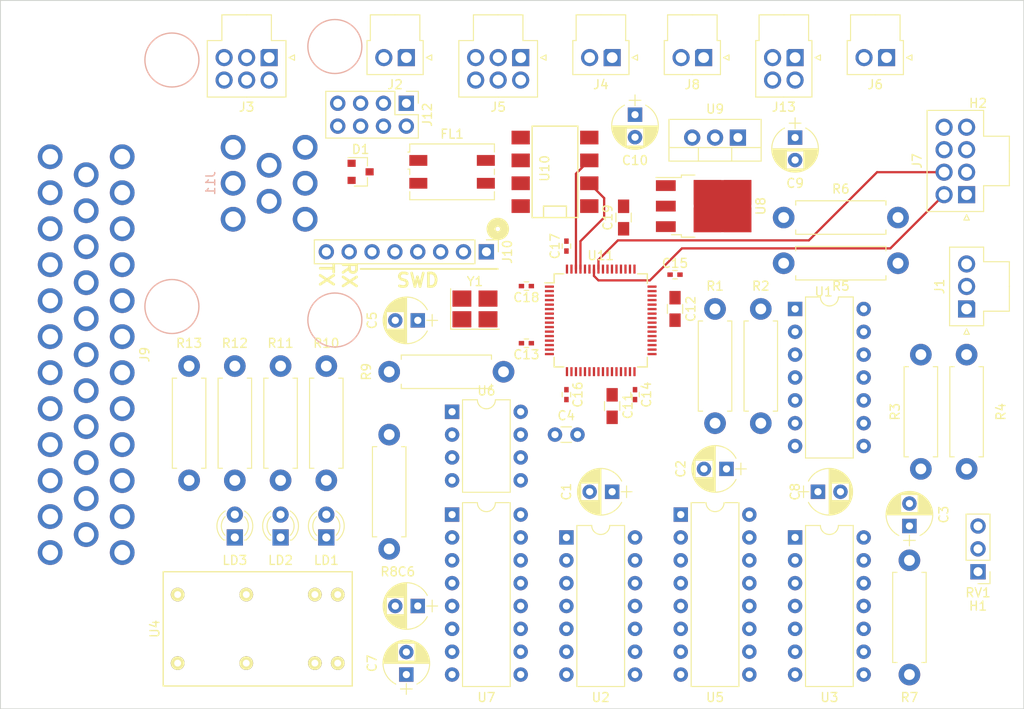
<source format=kicad_pcb>
(kicad_pcb (version 4) (host pcbnew 4.0.7)
  (layers (0 F.Cu signal) (31 B.Cu signal) (34 B.Paste user) (35 F.Paste user) (36 B.SilkS user) (37 F.SilkS user) (38 B.Mask user) (39 F.Mask user) (44 Edge.Cuts user))
  (net 0 "")
  (net 1 +5V)
  (net 2 GND)
  (net 3 "Net-(C3-Pad1)")
  (net 4 "Net-(C4-Pad1)")
  (net 5 "Net-(C5-Pad1)")
  (net 6 +12V)
  (net 7 /VCAP_1)
  (net 8 /VCAP_2)
  (net 9 +3V3)
  (net 10 /CAN_H)
  (net 11 "Net-(FL1-Pad1)")
  (net 12 "Net-(FL1-Pad3)")
  (net 13 /BSPD_FLT)
  (net 14 /SIG_BRAKELT)
  (net 15 /BSPD_FLT_H)
  (net 16 /BRAKELT_H)
  (net 17 /TIMER_H)
  (net 18 /TIMER)
  (net 19 /AIRS_BSPD_OUT)
  (net 20 /AIRS_BEAM_OUT)
  (net 21 /AIRS_3PHASE_OUT)
  (net 22 /AIRS_PEINTERLOCKS_OUT)
  (net 23 /AIRS_ACC_OUT)
  (net 24 /AIRS_LEFTESTOP_OUT)
  (net 25 /12V_SRC)
  (net 26 /12V_LVMS)
  (net 27 /AIRS_FINAL)
  (net 28 /SIG_TSAL)
  (net 29 /CAN_TX_TS)
  (net 30 /CAN_RX_TS)
  (net 31 /BSPD_RESET)
  (net 32 /SIG_STEER)
  (net 33 /LED_IMD)
  (net 34 /LED_AMS)
  (net 35 /LED_BSPD)
  (net 36 /BUTTON_2)
  (net 37 /BUTTON_1)
  (net 38 /BUTTON_3)
  (net 39 /AIRS_DASH_OUT)
  (net 40 /AIRS_BOTS_OUT)
  (net 41 /SIG_BSE)
  (net 42 /SIG_CURRENT)
  (net 43 /5V_BMS)
  (net 44 "Net-(R1-Pad2)")
  (net 45 "Net-(R5-Pad2)")
  (net 46 "Net-(R8-Pad2)")
  (net 47 /STATUS_LED_1)
  (net 48 /STATUS_LED_2)
  (net 49 /BSPD_CURRENT)
  (net 50 /BSPD_BRAKE)
  (net 51 "Net-(U2-Pad1)")
  (net 52 "Net-(U2-Pad2)")
  (net 53 "Net-(U2-Pad9)")
  (net 54 "Net-(U2-Pad3)")
  (net 55 "Net-(U2-Pad10)")
  (net 56 "Net-(U2-Pad4)")
  (net 57 "Net-(U2-Pad11)")
  (net 58 "Net-(U2-Pad5)")
  (net 59 "Net-(U2-Pad12)")
  (net 60 "Net-(U2-Pad13)")
  (net 61 /BSPD_SIG)
  (net 62 /BSPD_FLT_LATCHED)
  (net 63 /CLK)
  (net 64 /CAN_RX_GLV)
  (net 65 /CAN_TX_GLV)
  (net 66 /XTAL)
  (net 67 /SIG_RTDS)
  (net 68 /SWDIO)
  (net 69 /SWCLK)
  (net 70 /UART_TX)
  (net 71 /UART_RX)
  (net 72 "Net-(J1-Pad1)")
  (net 73 "Net-(J1-Pad2)")
  (net 74 "Net-(J3-Pad2)")
  (net 75 "Net-(J9-Pad17)")
  (net 76 /NRST)
  (net 77 /CAN_L)
  (net 78 /SWO)
  (net 79 /STATUS_LED_3)
  (net 80 "Net-(LD1-Pad2)")
  (net 81 "Net-(LD2-Pad2)")
  (net 82 "Net-(LD3-Pad2)")
  (net 83 /SIG_APPS_A)
  (net 84 /SIG_APPS_B)
  (net 85 /PC0)
  (net 86 /PC1)
  (net 87 /PC2)
  (net 88 /PC3)
  (net 89 /PA4)
  (net 90 /PA5)
  (net 91 /PA7)
  (net 92 /PC4)
  (module Capacitors_SMD:C_0805_HandSoldering (layer F.Cu) (at 119.38 74.295 270)
    (fp_text reference C11 (at 0 -1.75 270) (layer F.SilkS))
    (fp_text value 2.2uF)
    (pad 1 smd rect (at -1.25 0 270) (size 1.5 1.25) (layers F.Cu F.Paste F.Mask) (net 7 /VCAP_1))
    (pad 2 smd rect (at 1.25 0 270) (size 1.5 1.25) (layers F.Cu F.Paste F.Mask) (net 2 GND))
  )
  (module Capacitors_SMD:C_0805_HandSoldering (layer F.Cu) (at 126.365 63.5 270)
    (fp_text reference C12 (at 0 -1.75 270) (layer F.SilkS))
    (fp_text value 2.2uF)
    (pad 1 smd rect (at -1.25 0 270) (size 1.5 1.25) (layers F.Cu F.Paste F.Mask) (net 8 /VCAP_2))
    (pad 2 smd rect (at 1.25 0 270) (size 1.5 1.25) (layers F.Cu F.Paste F.Mask) (net 2 GND))
  )
  (module Capacitors_SMD:C_0402 (layer F.Cu) (at 109.855 67.31 180)
    (fp_text reference C13 (at 0 -1.27 180) (layer F.SilkS))
    (fp_text value 0.1uF)
    (pad 1 smd rect (at -0.55 0 180) (size 0.6 0.5) (layers F.Cu F.Paste F.Mask) (net 9 +3V3))
    (pad 2 smd rect (at 0.55 0 180) (size 0.6 0.5) (layers F.Cu F.Paste F.Mask) (net 2 GND))
  )
  (module Capacitors_SMD:C_0402 (layer F.Cu) (at 121.92 73.025 270)
    (fp_text reference C14 (at 0 -1.27 270) (layer F.SilkS))
    (fp_text value 0.1uF)
    (pad 1 smd rect (at -0.55 0 270) (size 0.6 0.5) (layers F.Cu F.Paste F.Mask) (net 9 +3V3))
    (pad 2 smd rect (at 0.55 0 270) (size 0.6 0.5) (layers F.Cu F.Paste F.Mask) (net 2 GND))
  )
  (module Capacitors_SMD:C_0402 (layer F.Cu) (at 126.365 59.69)
    (fp_text reference C15 (at 0 -1.27) (layer F.SilkS))
    (fp_text value 0.1uF)
    (pad 1 smd rect (at -0.55 0) (size 0.6 0.5) (layers F.Cu F.Paste F.Mask) (net 9 +3V3))
    (pad 2 smd rect (at 0.55 0) (size 0.6 0.5) (layers F.Cu F.Paste F.Mask) (net 2 GND))
  )
  (module Capacitors_SMD:C_0402 (layer F.Cu) (at 114.3 73.025 270)
    (fp_text reference C16 (at 0 -1.27 270) (layer F.SilkS))
    (fp_text value 0.1uF)
    (pad 1 smd rect (at -0.55 0 270) (size 0.6 0.5) (layers F.Cu F.Paste F.Mask) (net 9 +3V3))
    (pad 2 smd rect (at 0.55 0 270) (size 0.6 0.5) (layers F.Cu F.Paste F.Mask) (net 2 GND))
  )
  (module Capacitors_SMD:C_0402 (layer F.Cu) (at 114.3 56.515 90)
    (fp_text reference C17 (at 0 -1.27 90) (layer F.SilkS))
    (fp_text value 0.1uF)
    (pad 1 smd rect (at -0.55 0 90) (size 0.6 0.5) (layers F.Cu F.Paste F.Mask) (net 9 +3V3))
    (pad 2 smd rect (at 0.55 0 90) (size 0.6 0.5) (layers F.Cu F.Paste F.Mask) (net 2 GND))
  )
  (module Capacitors_SMD:C_0402 (layer F.Cu) (at 109.855 60.96 180)
    (fp_text reference C18 (at 0 -1.27 180) (layer F.SilkS))
    (fp_text value 0.1uF)
    (pad 1 smd rect (at -0.55 0 180) (size 0.6 0.5) (layers F.Cu F.Paste F.Mask) (net 9 +3V3))
    (pad 2 smd rect (at 0.55 0 180) (size 0.6 0.5) (layers F.Cu F.Paste F.Mask) (net 2 GND))
  )
  (module Capacitors_SMD:C_0805_HandSoldering (layer F.Cu) (at 120.65 53.34 90)
    (fp_text reference C19 (at 0 -1.75 90) (layer F.SilkS))
    (fp_text value 4.7uF)
    (pad 1 smd rect (at -1.25 0 90) (size 1.5 1.25) (layers F.Cu F.Paste F.Mask) (net 9 +3V3))
    (pad 2 smd rect (at 1.25 0 90) (size 1.5 1.25) (layers F.Cu F.Paste F.Mask) (net 2 GND))
  )
  (module TO_SOT_Packages_SMD:SOT-23 (layer F.Cu) (at 91.44 48.26)
    (fp_text reference D1 (at 0 -2.5) (layer F.SilkS))
    (fp_text value D_TVS_x2_AAC)
    (pad 1 smd rect (at -1 -0.95) (size 0.9 0.8) (layers F.Cu F.Paste F.Mask) (net 77 /CAN_L))
    (pad 2 smd rect (at -1 0.95) (size 0.9 0.8) (layers F.Cu F.Paste F.Mask) (net 10 /CAN_H))
    (pad 3 smd rect (at 1 0) (size 0.9 0.8) (layers F.Cu F.Paste F.Mask) (net 2 GND))
  )
  (module Inductors_SMD:L_CommonMode_Wuerth_WE-SL2 (layer F.Cu) (at 101.6 48.26)
    (fp_text reference FL1 (at 0 -4.2) (layer F.SilkS))
    (fp_text value EMI_Filter_CommonMode)
    (pad 1 smd rect (at -3.75 -1.27) (size 2 1.2) (layers F.Cu F.Paste F.Mask) (net 11 "Net-(FL1-Pad1)"))
    (pad 2 smd rect (at -3.75 1.27) (size 2 1.2) (layers F.Cu F.Paste F.Mask) (net 10 /CAN_H))
    (pad 3 smd rect (at 3.75 1.27) (size 2 1.2) (layers F.Cu F.Paste F.Mask) (net 12 "Net-(FL1-Pad3)"))
    (pad 4 smd rect (at 3.75 -1.27) (size 2 1.2) (layers F.Cu F.Paste F.Mask) (net 77 /CAN_L))
  )
  (module Resistors_THT:R_Axial_DIN0411_L9.9mm_D3.6mm_P12.70mm_Horizontal (layer F.Cu) (at 130.81 76.2 90)
    (fp_text reference R1 (at 15.24 0 180) (layer F.SilkS))
    (fp_text value R)
    (pad 1 thru_hole circle (at 0 0 90) (size 2.4 2.4) (drill 1.2) (layers *.Cu *.Mask) (net 2 GND))
    (pad 2 thru_hole oval (at 12.7 0 90) (size 2.4 2.4) (drill 1.2) (layers *.Cu *.Mask) (net 44 "Net-(R1-Pad2)"))
  )
  (module Resistors_THT:R_Axial_DIN0411_L9.9mm_D3.6mm_P12.70mm_Horizontal (layer F.Cu) (at 135.89 63.5 270)
    (fp_text reference R2 (at -2.54 0 360) (layer F.SilkS))
    (fp_text value R)
    (pad 1 thru_hole circle (at 0 0 270) (size 2.4 2.4) (drill 1.2) (layers *.Cu *.Mask) (net 44 "Net-(R1-Pad2)"))
    (pad 2 thru_hole oval (at 12.7 0 270) (size 2.4 2.4) (drill 1.2) (layers *.Cu *.Mask) (net 43 /5V_BMS))
  )
  (module Resistors_THT:R_Axial_DIN0411_L9.9mm_D3.6mm_P12.70mm_Horizontal (layer F.Cu) (at 153.67 81.28 90)
    (fp_text reference R3 (at 6.35 -2.86 90) (layer F.SilkS))
    (fp_text value R)
    (pad 1 thru_hole circle (at 0 0 90) (size 2.4 2.4) (drill 1.2) (layers *.Cu *.Mask) (net 43 /5V_BMS))
    (pad 2 thru_hole oval (at 12.7 0 90) (size 2.4 2.4) (drill 1.2) (layers *.Cu *.Mask) (net 72 "Net-(J1-Pad1)"))
  )
  (module Resistors_THT:R_Axial_DIN0411_L9.9mm_D3.6mm_P12.70mm_Horizontal (layer F.Cu) (at 158.75 81.28 90)
    (fp_text reference R4 (at 6.35 3.81 270) (layer F.SilkS))
    (fp_text value R)
    (pad 1 thru_hole circle (at 0 0 90) (size 2.4 2.4) (drill 1.2) (layers *.Cu *.Mask) (net 72 "Net-(J1-Pad1)"))
    (pad 2 thru_hole oval (at 12.7 0 90) (size 2.4 2.4) (drill 1.2) (layers *.Cu *.Mask) (net 2 GND))
  )
  (module Resistors_THT:R_Axial_DIN0411_L9.9mm_D3.6mm_P12.70mm_Horizontal (layer F.Cu) (at 151.13 58.42 180)
    (fp_text reference R5 (at 6.35 -2.54 360) (layer F.SilkS))
    (fp_text value R)
    (pad 1 thru_hole circle (at 0 0 180) (size 2.4 2.4) (drill 1.2) (layers *.Cu *.Mask) (net 9 +3V3))
    (pad 2 thru_hole oval (at 12.7 0 180) (size 2.4 2.4) (drill 1.2) (layers *.Cu *.Mask) (net 45 "Net-(R5-Pad2)"))
  )
  (module Resistors_THT:R_Axial_DIN0411_L9.9mm_D3.6mm_P12.70mm_Horizontal (layer F.Cu) (at 138.43 53.34)
    (fp_text reference R6 (at 6.35 -3.175 180) (layer F.SilkS))
    (fp_text value R)
    (pad 1 thru_hole circle (at 0 0) (size 2.4 2.4) (drill 1.2) (layers *.Cu *.Mask) (net 45 "Net-(R5-Pad2)"))
    (pad 2 thru_hole oval (at 12.7 0) (size 2.4 2.4) (drill 1.2) (layers *.Cu *.Mask) (net 2 GND))
  )
  (module Resistors_THT:R_Axial_DIN0411_L9.9mm_D3.6mm_P12.70mm_Horizontal (layer F.Cu) (at 152.4 104.14 90)
    (fp_text reference R7 (at -2.54 0 180) (layer F.SilkS))
    (fp_text value 100k)
    (pad 1 thru_hole circle (at 0 0 90) (size 2.4 2.4) (drill 1.2) (layers *.Cu *.Mask) (net 1 +5V))
    (pad 2 thru_hole oval (at 12.7 0 90) (size 2.4 2.4) (drill 1.2) (layers *.Cu *.Mask) (net 3 "Net-(C3-Pad1)"))
  )
  (module Resistors_THT:R_Axial_DIN0411_L9.9mm_D3.6mm_P12.70mm_Horizontal (layer F.Cu) (at 94.615 90.17 90)
    (fp_text reference R8 (at -2.54 0 180) (layer F.SilkS))
    (fp_text value 4.7kR)
    (pad 1 thru_hole circle (at 0 0 90) (size 2.4 2.4) (drill 1.2) (layers *.Cu *.Mask) (net 1 +5V))
    (pad 2 thru_hole oval (at 12.7 0 90) (size 2.4 2.4) (drill 1.2) (layers *.Cu *.Mask) (net 46 "Net-(R8-Pad2)"))
  )
  (module Resistors_THT:R_Axial_DIN0411_L9.9mm_D3.6mm_P12.70mm_Horizontal (layer F.Cu) (at 94.615 70.485)
    (fp_text reference R9 (at -2.54 0 90) (layer F.SilkS))
    (fp_text value 18k)
    (pad 1 thru_hole circle (at 0 0) (size 2.4 2.4) (drill 1.2) (layers *.Cu *.Mask) (net 46 "Net-(R8-Pad2)"))
    (pad 2 thru_hole oval (at 12.7 0) (size 2.4 2.4) (drill 1.2) (layers *.Cu *.Mask) (net 5 "Net-(C5-Pad1)"))
  )
  (module Resistors_THT:R_Axial_DIN0411_L9.9mm_D3.6mm_P12.70mm_Horizontal (layer F.Cu) (at 87.63 82.55 90)
    (fp_text reference R10 (at 15.24 0 180) (layer F.SilkS))
    (fp_text value 330)
    (pad 1 thru_hole circle (at 0 0 90) (size 2.4 2.4) (drill 1.2) (layers *.Cu *.Mask) (net 80 "Net-(LD1-Pad2)"))
    (pad 2 thru_hole oval (at 12.7 0 90) (size 2.4 2.4) (drill 1.2) (layers *.Cu *.Mask) (net 47 /STATUS_LED_1))
  )
  (module Resistors_THT:R_Axial_DIN0411_L9.9mm_D3.6mm_P12.70mm_Horizontal (layer F.Cu) (at 82.55 82.55 90)
    (fp_text reference R11 (at 15.24 0 180) (layer F.SilkS))
    (fp_text value 330)
    (pad 1 thru_hole circle (at 0 0 90) (size 2.4 2.4) (drill 1.2) (layers *.Cu *.Mask) (net 81 "Net-(LD2-Pad2)"))
    (pad 2 thru_hole oval (at 12.7 0 90) (size 2.4 2.4) (drill 1.2) (layers *.Cu *.Mask) (net 48 /STATUS_LED_2))
  )
  (module Resistors_THT:R_Axial_DIN0411_L9.9mm_D3.6mm_P12.70mm_Horizontal (layer F.Cu) (at 77.47 82.55 90)
    (fp_text reference R12 (at 15.24 0 180) (layer F.SilkS))
    (fp_text value 330)
    (pad 1 thru_hole circle (at 0 0 90) (size 2.4 2.4) (drill 1.2) (layers *.Cu *.Mask) (net 82 "Net-(LD3-Pad2)"))
    (pad 2 thru_hole oval (at 12.7 0 90) (size 2.4 2.4) (drill 1.2) (layers *.Cu *.Mask) (net 79 /STATUS_LED_3))
  )
  (module Resistors_THT:R_Axial_DIN0411_L9.9mm_D3.6mm_P12.70mm_Horizontal (layer F.Cu) (at 72.39 82.55 90)
    (fp_text reference R13 (at 15.24 0 180) (layer F.SilkS))
    (fp_text value 2.2k)
    (pad 1 thru_hole circle (at 0 0 90) (size 2.4 2.4) (drill 1.2) (layers *.Cu *.Mask) (net 9 +3V3))
    (pad 2 thru_hole oval (at 12.7 0 90) (size 2.4 2.4) (drill 1.2) (layers *.Cu *.Mask) (net 75 "Net-(J9-Pad17)"))
  )
  (module Housings_DIP:DIP-14_W7.62mm (layer F.Cu) (at 139.7 63.5)
    (fp_text reference U1 (at 3.175 -1.905) (layer F.SilkS))
    (fp_text value MCP6004)
    (pad 1 thru_hole rect (at 0 0) (size 1.6 1.6) (drill 0.8) (layers *.Cu *.Mask) (net 49 /BSPD_CURRENT))
    (pad 8 thru_hole oval (at 7.62 15.24) (size 1.6 1.6) (drill 0.8) (layers *.Cu *.Mask) (net 18 /TIMER))
    (pad 2 thru_hole oval (at 0 2.54) (size 1.6 1.6) (drill 0.8) (layers *.Cu *.Mask) (net 73 "Net-(J1-Pad2)"))
    (pad 9 thru_hole oval (at 7.62 12.7) (size 1.6 1.6) (drill 0.8) (layers *.Cu *.Mask) (net 9 +3V3))
    (pad 3 thru_hole oval (at 0 5.08) (size 1.6 1.6) (drill 0.8) (layers *.Cu *.Mask) (net 44 "Net-(R1-Pad2)"))
    (pad 10 thru_hole oval (at 7.62 10.16) (size 1.6 1.6) (drill 0.8) (layers *.Cu *.Mask) (net 3 "Net-(C3-Pad1)"))
    (pad 4 thru_hole oval (at 0 7.62) (size 1.6 1.6) (drill 0.8) (layers *.Cu *.Mask) (net 1 +5V))
    (pad 11 thru_hole oval (at 7.62 7.62) (size 1.6 1.6) (drill 0.8) (layers *.Cu *.Mask) (net 2 GND))
    (pad 5 thru_hole oval (at 0 10.16) (size 1.6 1.6) (drill 0.8) (layers *.Cu *.Mask) (net 45 "Net-(R5-Pad2)"))
    (pad 12 thru_hole oval (at 7.62 5.08) (size 1.6 1.6) (drill 0.8) (layers *.Cu *.Mask))
    (pad 6 thru_hole oval (at 0 12.7) (size 1.6 1.6) (drill 0.8) (layers *.Cu *.Mask) (net 41 /SIG_BSE))
    (pad 13 thru_hole oval (at 7.62 2.54) (size 1.6 1.6) (drill 0.8) (layers *.Cu *.Mask))
    (pad 7 thru_hole oval (at 0 15.24) (size 1.6 1.6) (drill 0.8) (layers *.Cu *.Mask) (net 50 /BSPD_BRAKE))
    (pad 14 thru_hole oval (at 7.62 0) (size 1.6 1.6) (drill 0.8) (layers *.Cu *.Mask))
  )
  (module Housings_DIP:DIP-14_W7.62mm (layer F.Cu) (at 114.3 88.9)
    (fp_text reference U2 (at 3.81 17.78) (layer F.SilkS))
    (fp_text value 4072)
    (pad 1 thru_hole rect (at 0 0) (size 1.6 1.6) (drill 0.8) (layers *.Cu *.Mask) (net 51 "Net-(U2-Pad1)"))
    (pad 8 thru_hole oval (at 7.62 15.24) (size 1.6 1.6) (drill 0.8) (layers *.Cu *.Mask))
    (pad 2 thru_hole oval (at 0 2.54) (size 1.6 1.6) (drill 0.8) (layers *.Cu *.Mask) (net 52 "Net-(U2-Pad2)"))
    (pad 9 thru_hole oval (at 7.62 12.7) (size 1.6 1.6) (drill 0.8) (layers *.Cu *.Mask) (net 53 "Net-(U2-Pad9)"))
    (pad 3 thru_hole oval (at 0 5.08) (size 1.6 1.6) (drill 0.8) (layers *.Cu *.Mask) (net 54 "Net-(U2-Pad3)"))
    (pad 10 thru_hole oval (at 7.62 10.16) (size 1.6 1.6) (drill 0.8) (layers *.Cu *.Mask) (net 55 "Net-(U2-Pad10)"))
    (pad 4 thru_hole oval (at 0 7.62) (size 1.6 1.6) (drill 0.8) (layers *.Cu *.Mask) (net 56 "Net-(U2-Pad4)"))
    (pad 11 thru_hole oval (at 7.62 7.62) (size 1.6 1.6) (drill 0.8) (layers *.Cu *.Mask) (net 57 "Net-(U2-Pad11)"))
    (pad 5 thru_hole oval (at 0 10.16) (size 1.6 1.6) (drill 0.8) (layers *.Cu *.Mask) (net 58 "Net-(U2-Pad5)"))
    (pad 12 thru_hole oval (at 7.62 5.08) (size 1.6 1.6) (drill 0.8) (layers *.Cu *.Mask) (net 59 "Net-(U2-Pad12)"))
    (pad 6 thru_hole oval (at 0 12.7) (size 1.6 1.6) (drill 0.8) (layers *.Cu *.Mask))
    (pad 13 thru_hole oval (at 7.62 2.54) (size 1.6 1.6) (drill 0.8) (layers *.Cu *.Mask) (net 60 "Net-(U2-Pad13)"))
    (pad 7 thru_hole oval (at 0 15.24) (size 1.6 1.6) (drill 0.8) (layers *.Cu *.Mask) (net 2 GND))
    (pad 14 thru_hole oval (at 7.62 0) (size 1.6 1.6) (drill 0.8) (layers *.Cu *.Mask) (net 1 +5V))
  )
  (module FSFootprints:DE1A1B-L2-12V (layer F.Cu) (at 78.74 95.25 270)
    (fp_text reference U4 (at 3.81 10.16 270) (layer F.SilkS))
    (fp_text value DE1A1B-L2-12V)
    (pad 7 thru_hole circle (at 7.62 -7.62 270) (size 1.524 1.524) (drill 0.762) (layers *.Cu *.Mask F.SilkS) (net 31 /BSPD_RESET))
    (pad 2 thru_hole circle (at 0 -7.62 270) (size 1.524 1.524) (drill 0.762) (layers *.Cu *.Mask F.SilkS) (net 17 /TIMER_H))
    (pad 1 thru_hole circle (at 0 -10.16 270) (size 1.524 1.524) (drill 0.762) (layers *.Cu *.Mask F.SilkS) (net 17 /TIMER_H))
    (pad 3 thru_hole circle (at 0 0 270) (size 1.524 1.524) (drill 0.762) (layers *.Cu *.Mask F.SilkS) (net 62 /BSPD_FLT_LATCHED))
    (pad 4 thru_hole circle (at 0 7.62 270) (size 1.524 1.524) (drill 0.762) (layers *.Cu *.Mask F.SilkS) (net 2 GND))
    (pad 8 thru_hole circle (at 7.62 -10.16 270) (size 1.524 1.524) (drill 0.762) (layers *.Cu *.Mask F.SilkS) (net 15 /BSPD_FLT_H))
    (pad 6 thru_hole circle (at 7.62 0 270) (size 1.524 1.524) (drill 0.762) (layers *.Cu *.Mask F.SilkS) (net 19 /AIRS_BSPD_OUT))
    (pad 5 thru_hole circle (at 7.62 7.62 270) (size 1.524 1.524) (drill 0.762) (layers *.Cu *.Mask F.SilkS) (net 40 /AIRS_BOTS_OUT))
  )
  (module Housings_DIP:DIP-16_W7.62mm (layer F.Cu) (at 127 86.36)
    (fp_text reference U5 (at 3.81 20.32) (layer F.SilkS))
    (fp_text value 74HC595)
    (pad 1 thru_hole rect (at 0 0) (size 1.6 1.6) (drill 0.8) (layers *.Cu *.Mask) (net 54 "Net-(U2-Pad3)"))
    (pad 9 thru_hole oval (at 7.62 17.78) (size 1.6 1.6) (drill 0.8) (layers *.Cu *.Mask))
    (pad 2 thru_hole oval (at 0 2.54) (size 1.6 1.6) (drill 0.8) (layers *.Cu *.Mask) (net 56 "Net-(U2-Pad4)"))
    (pad 10 thru_hole oval (at 7.62 15.24) (size 1.6 1.6) (drill 0.8) (layers *.Cu *.Mask) (net 1 +5V))
    (pad 3 thru_hole oval (at 0 5.08) (size 1.6 1.6) (drill 0.8) (layers *.Cu *.Mask) (net 58 "Net-(U2-Pad5)"))
    (pad 11 thru_hole oval (at 7.62 12.7) (size 1.6 1.6) (drill 0.8) (layers *.Cu *.Mask) (net 63 /CLK))
    (pad 4 thru_hole oval (at 0 7.62) (size 1.6 1.6) (drill 0.8) (layers *.Cu *.Mask) (net 53 "Net-(U2-Pad9)"))
    (pad 12 thru_hole oval (at 7.62 10.16) (size 1.6 1.6) (drill 0.8) (layers *.Cu *.Mask) (net 63 /CLK))
    (pad 5 thru_hole oval (at 0 10.16) (size 1.6 1.6) (drill 0.8) (layers *.Cu *.Mask) (net 55 "Net-(U2-Pad10)"))
    (pad 13 thru_hole oval (at 7.62 7.62) (size 1.6 1.6) (drill 0.8) (layers *.Cu *.Mask) (net 2 GND))
    (pad 6 thru_hole oval (at 0 12.7) (size 1.6 1.6) (drill 0.8) (layers *.Cu *.Mask) (net 57 "Net-(U2-Pad11)"))
    (pad 14 thru_hole oval (at 7.62 5.08) (size 1.6 1.6) (drill 0.8) (layers *.Cu *.Mask) (net 61 /BSPD_SIG))
    (pad 7 thru_hole oval (at 0 15.24) (size 1.6 1.6) (drill 0.8) (layers *.Cu *.Mask) (net 59 "Net-(U2-Pad12)"))
    (pad 15 thru_hole oval (at 7.62 2.54) (size 1.6 1.6) (drill 0.8) (layers *.Cu *.Mask) (net 52 "Net-(U2-Pad2)"))
    (pad 8 thru_hole oval (at 0 17.78) (size 1.6 1.6) (drill 0.8) (layers *.Cu *.Mask) (net 2 GND))
    (pad 16 thru_hole oval (at 7.62 0) (size 1.6 1.6) (drill 0.8) (layers *.Cu *.Mask) (net 1 +5V))
  )
  (module Housings_DIP:DIP-8_W7.62mm (layer F.Cu) (at 101.6 74.93)
    (fp_text reference U6 (at 3.81 -2.33) (layer F.SilkS))
    (fp_text value LM555N)
    (pad 1 thru_hole rect (at 0 0) (size 1.6 1.6) (drill 0.8) (layers *.Cu *.Mask) (net 2 GND))
    (pad 5 thru_hole oval (at 7.62 7.62) (size 1.6 1.6) (drill 0.8) (layers *.Cu *.Mask) (net 4 "Net-(C4-Pad1)"))
    (pad 2 thru_hole oval (at 0 2.54) (size 1.6 1.6) (drill 0.8) (layers *.Cu *.Mask) (net 5 "Net-(C5-Pad1)"))
    (pad 6 thru_hole oval (at 7.62 5.08) (size 1.6 1.6) (drill 0.8) (layers *.Cu *.Mask) (net 5 "Net-(C5-Pad1)"))
    (pad 3 thru_hole oval (at 0 5.08) (size 1.6 1.6) (drill 0.8) (layers *.Cu *.Mask) (net 63 /CLK))
    (pad 7 thru_hole oval (at 7.62 2.54) (size 1.6 1.6) (drill 0.8) (layers *.Cu *.Mask) (net 46 "Net-(R8-Pad2)"))
    (pad 4 thru_hole oval (at 0 7.62) (size 1.6 1.6) (drill 0.8) (layers *.Cu *.Mask) (net 1 +5V))
    (pad 8 thru_hole oval (at 7.62 0) (size 1.6 1.6) (drill 0.8) (layers *.Cu *.Mask) (net 1 +5V))
  )
  (module Crystals:Crystal_SMD_3225-4pin_3.2x2.5mm_HandSoldering (layer F.Cu) (at 104.14 63.5)
    (fp_text reference Y1 (at 0 -3.05) (layer F.SilkS))
    (fp_text value 8MHz)
    (pad 1 smd rect (at -1.45 1.15) (size 2.1 1.8) (layers F.Cu F.Paste F.Mask))
    (pad 2 smd rect (at 1.45 1.15) (size 2.1 1.8) (layers F.Cu F.Paste F.Mask) (net 2 GND))
    (pad 3 smd rect (at 1.45 -1.15) (size 2.1 1.8) (layers F.Cu F.Paste F.Mask) (net 66 /XTAL))
    (pad 4 smd rect (at -1.45 -1.15) (size 2.1 1.8) (layers F.Cu F.Paste F.Mask) (net 9 +3V3))
  )
  (module Housings_DIP:DIP-14_W7.62mm (layer F.Cu) (at 139.7 88.9)
    (fp_text reference U3 (at 3.81 17.78) (layer F.SilkS))
    (fp_text value 4071)
    (pad 1 thru_hole rect (at 0 0) (size 1.6 1.6) (drill 0.8) (layers *.Cu *.Mask) (net 49 /BSPD_CURRENT))
    (pad 8 thru_hole oval (at 7.62 15.24) (size 1.6 1.6) (drill 0.8) (layers *.Cu *.Mask))
    (pad 2 thru_hole oval (at 0 2.54) (size 1.6 1.6) (drill 0.8) (layers *.Cu *.Mask) (net 50 /BSPD_BRAKE))
    (pad 9 thru_hole oval (at 7.62 12.7) (size 1.6 1.6) (drill 0.8) (layers *.Cu *.Mask))
    (pad 3 thru_hole oval (at 0 5.08) (size 1.6 1.6) (drill 0.8) (layers *.Cu *.Mask) (net 61 /BSPD_SIG))
    (pad 10 thru_hole oval (at 7.62 10.16) (size 1.6 1.6) (drill 0.8) (layers *.Cu *.Mask))
    (pad 4 thru_hole oval (at 0 7.62) (size 1.6 1.6) (drill 0.8) (layers *.Cu *.Mask) (net 13 /BSPD_FLT))
    (pad 11 thru_hole oval (at 7.62 7.62) (size 1.6 1.6) (drill 0.8) (layers *.Cu *.Mask))
    (pad 5 thru_hole oval (at 0 10.16) (size 1.6 1.6) (drill 0.8) (layers *.Cu *.Mask) (net 51 "Net-(U2-Pad1)"))
    (pad 12 thru_hole oval (at 7.62 5.08) (size 1.6 1.6) (drill 0.8) (layers *.Cu *.Mask))
    (pad 6 thru_hole oval (at 0 12.7) (size 1.6 1.6) (drill 0.8) (layers *.Cu *.Mask) (net 60 "Net-(U2-Pad13)"))
    (pad 13 thru_hole oval (at 7.62 2.54) (size 1.6 1.6) (drill 0.8) (layers *.Cu *.Mask))
    (pad 7 thru_hole oval (at 0 15.24) (size 1.6 1.6) (drill 0.8) (layers *.Cu *.Mask) (net 2 GND))
    (pad 14 thru_hole oval (at 7.62 0) (size 1.6 1.6) (drill 0.8) (layers *.Cu *.Mask) (net 1 +5V))
  )
  (module Connectors_Molex:Molex_NanoFit_1x03x2.50mm_Straight (layer F.Cu) (at 158.75 63.5 90)
    (fp_text reference J1 (at 2.5 -3 90) (layer F.SilkS))
    (fp_text value "BSPD Test Jumper")
    (pad 1 thru_hole rect (at 0 0 90) (size 1.9 1.9) (drill 1.2) (layers *.Cu *.Mask) (net 72 "Net-(J1-Pad1)"))
    (pad 2 thru_hole circle (at 2.5 0 90) (size 1.9 1.9) (drill 1.2) (layers *.Cu *.Mask) (net 73 "Net-(J1-Pad2)"))
    (pad 3 thru_hole circle (at 5 0 90) (size 1.9 1.9) (drill 1.2) (layers *.Cu *.Mask) (net 42 /SIG_CURRENT))
    (pad "" np_thru_hole circle (at 1.25 1.34 90) (size 1.3 1.3) (drill 1.3) (layers *.Cu *.Mask))
  )
  (module Connectors_Molex:Molex_NanoFit_1x02x2.50mm_Straight (layer F.Cu) (at 96.52 35.56 180)
    (fp_text reference J2 (at 1.25 -3 180) (layer F.SilkS))
    (fp_text value "Beam Interlock")
    (pad 1 thru_hole rect (at 0 0 180) (size 1.9 1.9) (drill 1.2) (layers *.Cu *.Mask) (net 19 /AIRS_BSPD_OUT))
    (pad 2 thru_hole circle (at 2.5 0 180) (size 1.9 1.9) (drill 1.2) (layers *.Cu *.Mask) (net 20 /AIRS_BEAM_OUT))
    (pad "" np_thru_hole circle (at 1.25 1.34 180) (size 1.3 1.3) (drill 1.3) (layers *.Cu *.Mask))
  )
  (module Connectors_Molex:Molex_NanoFit_1x02x2.50mm_Straight (layer F.Cu) (at 119.38 35.56 180)
    (fp_text reference J4 (at 1.25 -3 180) (layer F.SilkS))
    (fp_text value "To Left Panel")
    (pad 1 thru_hole rect (at 0 0 180) (size 1.9 1.9) (drill 1.2) (layers *.Cu *.Mask) (net 23 /AIRS_ACC_OUT))
    (pad 2 thru_hole circle (at 2.5 0 180) (size 1.9 1.9) (drill 1.2) (layers *.Cu *.Mask) (net 24 /AIRS_LEFTESTOP_OUT))
    (pad "" np_thru_hole circle (at 1.25 1.34 180) (size 1.3 1.3) (drill 1.3) (layers *.Cu *.Mask))
  )
  (module Connectors_Molex:Molex_NanoFit_1x02x2.50mm_Straight (layer F.Cu) (at 149.86 35.56 180)
    (fp_text reference J6 (at 1.25 -3 180) (layer F.SilkS))
    (fp_text value "To Brake Light")
    (pad 1 thru_hole rect (at 0 0 180) (size 1.9 1.9) (drill 1.2) (layers *.Cu *.Mask) (net 16 /BRAKELT_H))
    (pad 2 thru_hole circle (at 2.5 0 180) (size 1.9 1.9) (drill 1.2) (layers *.Cu *.Mask) (net 2 GND))
    (pad "" np_thru_hole circle (at 1.25 1.34 180) (size 1.3 1.3) (drill 1.3) (layers *.Cu *.Mask))
  )
  (module Connectors_Molex:Molex_NanoFit_2x04x2.50mm_Straight (layer F.Cu) (at 158.75 50.8 90)
    (fp_text reference J7 (at 3.75 -5.5 90) (layer F.SilkS))
    (fp_text value "To PE HV")
    (pad 1 thru_hole rect (at 0 0 90) (size 1.9 1.9) (drill 1.2) (layers *.Cu *.Mask) (net 6 +12V))
    (pad 2 thru_hole circle (at 2.5 0 90) (size 1.9 1.9) (drill 1.2) (layers *.Cu *.Mask) (net 1 +5V))
    (pad 3 thru_hole circle (at 5 0 90) (size 1.9 1.9) (drill 1.2) (layers *.Cu *.Mask) (net 9 +3V3))
    (pad 4 thru_hole circle (at 7.5 0 90) (size 1.9 1.9) (drill 1.2) (layers *.Cu *.Mask) (net 28 /SIG_TSAL))
    (pad 5 thru_hole circle (at 0 -2.5 90) (size 1.9 1.9) (drill 1.2) (layers *.Cu *.Mask) (net 29 /CAN_TX_TS))
    (pad 6 thru_hole circle (at 2.5 -2.5 90) (size 1.9 1.9) (drill 1.2) (layers *.Cu *.Mask) (net 30 /CAN_RX_TS))
    (pad 7 thru_hole circle (at 5 -2.5 90) (size 1.9 1.9) (drill 1.2) (layers *.Cu *.Mask) (net 27 /AIRS_FINAL))
    (pad 8 thru_hole circle (at 7.5 -2.5 90) (size 1.9 1.9) (drill 1.2) (layers *.Cu *.Mask) (net 2 GND))
    (pad "" np_thru_hole circle (at 3.75 1.34 90) (size 1.3 1.3) (drill 1.3) (layers *.Cu *.Mask))
  )
  (module Connectors_Molex:Molex_NanoFit_1x02x2.50mm_Straight (layer F.Cu) (at 129.54 35.56 180)
    (fp_text reference J8 (at 1.25 -3 180) (layer F.SilkS))
    (fp_text value "BSPD Reset")
    (pad 1 thru_hole rect (at 0 0 180) (size 1.9 1.9) (drill 1.2) (layers *.Cu *.Mask) (net 31 /BSPD_RESET))
    (pad 2 thru_hole circle (at 2.5 0 180) (size 1.9 1.9) (drill 1.2) (layers *.Cu *.Mask) (net 2 GND))
    (pad "" np_thru_hole circle (at 1.25 1.34 180) (size 1.3 1.3) (drill 1.3) (layers *.Cu *.Mask))
  )
  (module "FSFootprints:Ampseal - 35 pin" (layer F.Cu) (at 60.96 68.58 270)
    (fp_text reference J9 (at 0 -6.5 270) (layer F.SilkS))
    (fp_text value "Main LV Connector")
    (pad 34 thru_hole circle (at 18 4 270) (size 2.75 2.75) (drill 1.75) (layers *.Cu *.Mask) (net 32 /SIG_STEER))
    (pad 35 thru_hole circle (at 22 4 270) (size 2.75 2.75) (drill 1.75) (layers *.Cu *.Mask) (net 2 GND))
    (pad 32 thru_hole circle (at 10 4 270) (size 2.75 2.75) (drill 1.75) (layers *.Cu *.Mask) (net 33 /LED_IMD))
    (pad 31 thru_hole circle (at 6 4 270) (size 2.75 2.75) (drill 1.75) (layers *.Cu *.Mask) (net 34 /LED_AMS))
    (pad 33 thru_hole circle (at 14 4 270) (size 2.75 2.75) (drill 1.75) (layers *.Cu *.Mask) (net 35 /LED_BSPD))
    (pad 22 thru_hole circle (at 16 0 270) (size 2.75 2.75) (drill 1.75) (layers *.Cu *.Mask) (net 2 GND))
    (pad 23 thru_hole circle (at 20 0 270) (size 2.75 2.75) (drill 1.75) (layers *.Cu *.Mask) (net 6 +12V))
    (pad 24 thru_hole circle (at -22 4 270) (size 2.75 2.75) (drill 1.75) (layers *.Cu *.Mask) (net 26 /12V_LVMS))
    (pad 25 thru_hole circle (at -18 4 270) (size 2.75 2.75) (drill 1.75) (layers *.Cu *.Mask) (net 10 /CAN_H))
    (pad 28 thru_hole circle (at -6 4 270) (size 2.75 2.75) (drill 1.75) (layers *.Cu *.Mask) (net 36 /BUTTON_2))
    (pad 27 thru_hole circle (at -10 4 270) (size 2.75 2.75) (drill 1.75) (layers *.Cu *.Mask) (net 37 /BUTTON_1))
    (pad 26 thru_hole circle (at -14 4 270) (size 2.75 2.75) (drill 1.75) (layers *.Cu *.Mask) (net 77 /CAN_L))
    (pad 29 thru_hole circle (at -2 4 270) (size 2.75 2.75) (drill 1.75) (layers *.Cu *.Mask) (net 38 /BUTTON_3))
    (pad 30 thru_hole circle (at 2 4 270) (size 2.75 2.75) (drill 1.75) (layers *.Cu *.Mask) (net 39 /AIRS_DASH_OUT))
    (pad 14 thru_hole circle (at -16 0 270) (size 2.75 2.75) (drill 1.75) (layers *.Cu *.Mask) (net 9 +3V3))
    (pad 15 thru_hole circle (at -12 0 270) (size 2.75 2.75) (drill 1.75) (layers *.Cu *.Mask) (net 83 /SIG_APPS_A))
    (pad 13 thru_hole circle (at -20 0 270) (size 2.75 2.75) (drill 1.75) (layers *.Cu *.Mask) (net 40 /AIRS_BOTS_OUT))
    (pad 18 thru_hole circle (at 0 0 270) (size 2.75 2.75) (drill 1.75) (layers *.Cu *.Mask) (net 84 /SIG_APPS_B))
    (pad 17 thru_hole circle (at -4 0 270) (size 2.75 2.75) (drill 1.75) (layers *.Cu *.Mask) (net 75 "Net-(J9-Pad17)"))
    (pad 16 thru_hole circle (at -8 0 270) (size 2.75 2.75) (drill 1.75) (layers *.Cu *.Mask) (net 2 GND))
    (pad 19 thru_hole circle (at 4 0 270) (size 2.75 2.75) (drill 1.75) (layers *.Cu *.Mask) (net 2 GND))
    (pad 20 thru_hole circle (at 8 0 270) (size 2.75 2.75) (drill 1.75) (layers *.Cu *.Mask) (net 9 +3V3))
    (pad 21 thru_hole circle (at 12 0 270) (size 2.75 2.75) (drill 1.75) (layers *.Cu *.Mask) (net 41 /SIG_BSE))
    (pad 11 thru_hole circle (at 18 -4 270) (size 2.75 2.75) (drill 1.75) (layers *.Cu *.Mask) (net 2 GND))
    (pad 10 thru_hole circle (at 14 -4 270) (size 2.75 2.75) (drill 1.75) (layers *.Cu *.Mask) (net 42 /SIG_CURRENT))
    (pad 12 thru_hole circle (at 22 -4 270) (size 2.75 2.75) (drill 1.75) (layers *.Cu *.Mask) (net 39 /AIRS_DASH_OUT))
    (pad 9 thru_hole circle (at 10 -4 270) (size 2.75 2.75) (drill 1.75) (layers *.Cu *.Mask) (net 43 /5V_BMS))
    (pad "" np_thru_hole circle (at -28.5 0 270) (size 2.85 2.85) (drill 2.85) (layers *.Cu *.Mask))
    (pad 6 thru_hole circle (at -2 -4 270) (size 2.75 2.75) (drill 1.75) (layers *.Cu *.Mask) (net 22 /AIRS_PEINTERLOCKS_OUT))
    (pad 7 thru_hole circle (at 2 -4 270) (size 2.75 2.75) (drill 1.75) (layers *.Cu *.Mask) (net 23 /AIRS_ACC_OUT))
    (pad 8 thru_hole circle (at 6 -4 270) (size 2.75 2.75) (drill 1.75) (layers *.Cu *.Mask) (net 27 /AIRS_FINAL))
    (pad 3 thru_hole circle (at -14 -4 270) (size 2.75 2.75) (drill 1.75) (layers *.Cu *.Mask) (net 25 /12V_SRC))
    (pad 1 thru_hole circle (at -22 -4 270) (size 2.75 2.75) (drill 1.75) (layers *.Cu *.Mask) (net 6 +12V))
    (pad 2 thru_hole circle (at -18 -4 270) (size 2.75 2.75) (drill 1.75) (layers *.Cu *.Mask) (net 6 +12V))
    (pad 5 thru_hole circle (at -6 -4 270) (size 2.75 2.75) (drill 1.75) (layers *.Cu *.Mask) (net 77 /CAN_L))
    (pad 4 thru_hole circle (at -10 -4 270) (size 2.75 2.75) (drill 1.75) (layers *.Cu *.Mask) (net 10 /CAN_H))
    (pad "" np_thru_hole circle (at 28.5 0 270) (size 2.85 2.85) (drill 2.85) (layers *.Cu *.Mask))
  )
  (module FSFootprints:Ampseal-776276-1 (layer B.Cu) (at 81.28 49.53 270)
    (fp_text reference J11 (at 0 6.5 270) (layer B.SilkS) (effects (justify mirror)))
    (fp_text value "ECU Debug Connector")
    (pad "" np_thru_hole circle (at 13.7 10.8 270) (size 2 2) (drill 2) (layers *.Cu *.Mask))
    (pad "" np_thru_hole circle (at -15.2 -7.3 270) (size 2 2) (drill 2) (layers *.Cu *.Mask))
    (pad "" np_thru_hole circle (at -13.7 10.8 270) (size 2 2) (drill 2) (layers *.Cu *.Mask))
    (pad 6 thru_hole circle (at -4 -4 270) (size 2.75 2.75) (drill 1.75) (layers *.Cu *.Mask) (net 78 /SWO))
    (pad 7 thru_hole circle (at 0 -4 270) (size 2.75 2.75) (drill 1.75) (layers *.Cu *.Mask) (net 71 /UART_RX))
    (pad 8 thru_hole circle (at 4 -4 270) (size 2.75 2.75) (drill 1.75) (layers *.Cu *.Mask) (net 70 /UART_TX))
    (pad 3 thru_hole circle (at 4 4 270) (size 2.75 2.75) (drill 1.75) (layers *.Cu *.Mask) (net 2 GND))
    (pad 1 thru_hole circle (at -4 4 270) (size 2.75 2.75) (drill 1.75) (layers *.Cu *.Mask) (net 9 +3V3))
    (pad 2 thru_hole circle (at 0 4 270) (size 2.75 2.75) (drill 1.75) (layers *.Cu *.Mask) (net 69 /SWCLK))
    (pad 5 thru_hole circle (at 2 0 270) (size 2.75 2.75) (drill 1.75) (layers *.Cu *.Mask) (net 76 /NRST))
    (pad 4 thru_hole circle (at -2 0 270) (size 2.75 2.75) (drill 1.75) (layers *.Cu *.Mask) (net 68 /SWDIO))
    (pad "" np_thru_hole circle (at 15.2 -7.3 270) (size 2 2) (drill 2) (layers *.Cu *.Mask))
  )
  (module Housings_DIP:DIP-16_W7.62mm (layer F.Cu) (at 101.6 86.36)
    (fp_text reference U7 (at 3.81 20.32) (layer F.SilkS))
    (fp_text value SN754410)
    (pad 1 thru_hole rect (at 0 0) (size 1.6 1.6) (drill 0.8) (layers *.Cu *.Mask) (net 1 +5V))
    (pad 9 thru_hole oval (at 7.62 17.78) (size 1.6 1.6) (drill 0.8) (layers *.Cu *.Mask) (net 1 +5V))
    (pad 2 thru_hole oval (at 0 2.54) (size 1.6 1.6) (drill 0.8) (layers *.Cu *.Mask) (net 13 /BSPD_FLT))
    (pad 10 thru_hole oval (at 7.62 15.24) (size 1.6 1.6) (drill 0.8) (layers *.Cu *.Mask) (net 14 /SIG_BRAKELT))
    (pad 3 thru_hole oval (at 0 5.08) (size 1.6 1.6) (drill 0.8) (layers *.Cu *.Mask) (net 15 /BSPD_FLT_H))
    (pad 11 thru_hole oval (at 7.62 12.7) (size 1.6 1.6) (drill 0.8) (layers *.Cu *.Mask) (net 16 /BRAKELT_H))
    (pad 4 thru_hole oval (at 0 7.62) (size 1.6 1.6) (drill 0.8) (layers *.Cu *.Mask) (net 2 GND))
    (pad 12 thru_hole oval (at 7.62 10.16) (size 1.6 1.6) (drill 0.8) (layers *.Cu *.Mask) (net 2 GND))
    (pad 5 thru_hole oval (at 0 10.16) (size 1.6 1.6) (drill 0.8) (layers *.Cu *.Mask) (net 2 GND))
    (pad 13 thru_hole oval (at 7.62 7.62) (size 1.6 1.6) (drill 0.8) (layers *.Cu *.Mask) (net 2 GND))
    (pad 6 thru_hole oval (at 0 12.7) (size 1.6 1.6) (drill 0.8) (layers *.Cu *.Mask) (net 17 /TIMER_H))
    (pad 14 thru_hole oval (at 7.62 5.08) (size 1.6 1.6) (drill 0.8) (layers *.Cu *.Mask) (net 16 /BRAKELT_H))
    (pad 7 thru_hole oval (at 0 15.24) (size 1.6 1.6) (drill 0.8) (layers *.Cu *.Mask) (net 18 /TIMER))
    (pad 15 thru_hole oval (at 7.62 2.54) (size 1.6 1.6) (drill 0.8) (layers *.Cu *.Mask) (net 14 /SIG_BRAKELT))
    (pad 8 thru_hole oval (at 0 17.78) (size 1.6 1.6) (drill 0.8) (layers *.Cu *.Mask) (net 6 +12V))
    (pad 16 thru_hole oval (at 7.62 0) (size 1.6 1.6) (drill 0.8) (layers *.Cu *.Mask) (net 1 +5V))
  )
  (module TO_SOT_Packages_SMD:TO-252-3_TabPin2 (layer F.Cu) (at 129.54 52.07)
    (fp_text reference U8 (at 6.35 0 270) (layer F.SilkS))
    (fp_text value NCP1117DT33RKG)
    (pad 1 smd rect (at -4.2 -2.28) (size 2.2 1.2) (layers F.Cu F.Paste F.Mask) (net 6 +12V))
    (pad 2 smd rect (at -4.2 0) (size 2.2 1.2) (layers F.Cu F.Paste F.Mask) (net 2 GND))
    (pad 3 smd rect (at -4.2 2.28) (size 2.2 1.2) (layers F.Cu F.Paste F.Mask) (net 9 +3V3))
    (pad 2 smd rect (at 2.1 0) (size 6.4 5.8) (layers F.Cu F.Mask) (net 2 GND))
    (pad 2 smd rect (at 3.775 1.525) (size 3.05 2.75) (layers F.Cu F.Paste) (net 2 GND))
    (pad 2 smd rect (at 0.425 -1.525) (size 3.05 2.75) (layers F.Cu F.Paste) (net 2 GND))
    (pad 2 smd rect (at 3.775 -1.525) (size 3.05 2.75) (layers F.Cu F.Paste) (net 2 GND))
    (pad 2 smd rect (at 0.425 1.525) (size 3.05 2.75) (layers F.Cu F.Paste) (net 2 GND))
  )
  (module TO_SOT_Packages_THT:TO-220-3_Vertical (layer F.Cu) (at 133.35 44.45 180)
    (fp_text reference U9 (at 2.54 3.175 360) (layer F.SilkS))
    (fp_text value L78S05CV-DG)
    (pad 1 thru_hole rect (at 0 0 180) (size 1.8 1.8) (drill 1) (layers *.Cu *.Mask) (net 6 +12V))
    (pad 2 thru_hole oval (at 2.54 0 180) (size 1.8 1.8) (drill 1) (layers *.Cu *.Mask) (net 2 GND))
    (pad 3 thru_hole oval (at 5.08 0 180) (size 1.8 1.8) (drill 1) (layers *.Cu *.Mask) (net 1 +5V))
  )
  (module SMD_Packages:DIP-8_SMD (layer F.Cu) (at 113.03 48.26 90)
    (fp_text reference U10 (at 0.381 -1.143 90) (layer F.SilkS))
    (fp_text value ISO1050)
    (pad 1 smd rect (at -3.81 3.81 90) (size 1.524 2.032) (layers F.Cu F.Paste F.Mask) (net 9 +3V3))
    (pad 2 smd rect (at -1.27 3.81 90) (size 1.524 2.032) (layers F.Cu F.Paste F.Mask) (net 64 /CAN_RX_GLV))
    (pad 3 smd rect (at 1.27 3.81 90) (size 1.524 2.032) (layers F.Cu F.Paste F.Mask) (net 65 /CAN_TX_GLV))
    (pad 4 smd rect (at 3.81 3.81 90) (size 1.524 2.032) (layers F.Cu F.Paste F.Mask) (net 2 GND))
    (pad 5 smd rect (at 3.81 -3.81 90) (size 1.524 2.032) (layers F.Cu F.Paste F.Mask) (net 2 GND))
    (pad 6 smd rect (at 1.27 -3.81 90) (size 1.524 2.032) (layers F.Cu F.Paste F.Mask) (net 12 "Net-(FL1-Pad3)"))
    (pad 7 smd rect (at -1.27 -3.81 90) (size 1.524 2.032) (layers F.Cu F.Paste F.Mask) (net 11 "Net-(FL1-Pad1)"))
    (pad 8 smd rect (at -3.81 -3.81 90) (size 1.524 2.032) (layers F.Cu F.Paste F.Mask) (net 1 +5V))
  )
  (module Housings_QFP:LQFP-64_10x10mm_Pitch0.5mm (layer F.Cu) (at 118.11 64.77)
    (fp_text reference U11 (at 0 -7.2) (layer F.SilkS))
    (fp_text value STM32F405)
    (pad 1 smd rect (at -5.7 -3.75) (size 1 0.25) (layers F.Cu F.Paste F.Mask) (net 9 +3V3))
    (pad 2 smd rect (at -5.7 -3.25) (size 1 0.25) (layers F.Cu F.Paste F.Mask))
    (pad 3 smd rect (at -5.7 -2.75) (size 1 0.25) (layers F.Cu F.Paste F.Mask))
    (pad 4 smd rect (at -5.7 -2.25) (size 1 0.25) (layers F.Cu F.Paste F.Mask))
    (pad 5 smd rect (at -5.7 -1.75) (size 1 0.25) (layers F.Cu F.Paste F.Mask) (net 66 /XTAL))
    (pad 6 smd rect (at -5.7 -1.25) (size 1 0.25) (layers F.Cu F.Paste F.Mask))
    (pad 7 smd rect (at -5.7 -0.75) (size 1 0.25) (layers F.Cu F.Paste F.Mask) (net 76 /NRST))
    (pad 8 smd rect (at -5.7 -0.25) (size 1 0.25) (layers F.Cu F.Paste F.Mask) (net 85 /PC0))
    (pad 9 smd rect (at -5.7 0.25) (size 1 0.25) (layers F.Cu F.Paste F.Mask) (net 86 /PC1))
    (pad 10 smd rect (at -5.7 0.75) (size 1 0.25) (layers F.Cu F.Paste F.Mask) (net 87 /PC2))
    (pad 11 smd rect (at -5.7 1.25) (size 1 0.25) (layers F.Cu F.Paste F.Mask) (net 88 /PC3))
    (pad 12 smd rect (at -5.7 1.75) (size 1 0.25) (layers F.Cu F.Paste F.Mask) (net 2 GND))
    (pad 13 smd rect (at -5.7 2.25) (size 1 0.25) (layers F.Cu F.Paste F.Mask) (net 9 +3V3))
    (pad 14 smd rect (at -5.7 2.75) (size 1 0.25) (layers F.Cu F.Paste F.Mask))
    (pad 15 smd rect (at -5.7 3.25) (size 1 0.25) (layers F.Cu F.Paste F.Mask) (net 41 /SIG_BSE))
    (pad 16 smd rect (at -5.7 3.75) (size 1 0.25) (layers F.Cu F.Paste F.Mask) (net 83 /SIG_APPS_A))
    (pad 17 smd rect (at -3.75 5.7 90) (size 1 0.25) (layers F.Cu F.Paste F.Mask) (net 84 /SIG_APPS_B))
    (pad 18 smd rect (at -3.25 5.7 90) (size 1 0.25) (layers F.Cu F.Paste F.Mask) (net 2 GND))
    (pad 19 smd rect (at -2.75 5.7 90) (size 1 0.25) (layers F.Cu F.Paste F.Mask) (net 9 +3V3))
    (pad 20 smd rect (at -2.25 5.7 90) (size 1 0.25) (layers F.Cu F.Paste F.Mask) (net 89 /PA4))
    (pad 21 smd rect (at -1.75 5.7 90) (size 1 0.25) (layers F.Cu F.Paste F.Mask) (net 90 /PA5))
    (pad 22 smd rect (at -1.25 5.7 90) (size 1 0.25) (layers F.Cu F.Paste F.Mask) (net 32 /SIG_STEER))
    (pad 23 smd rect (at -0.75 5.7 90) (size 1 0.25) (layers F.Cu F.Paste F.Mask) (net 91 /PA7))
    (pad 24 smd rect (at -0.25 5.7 90) (size 1 0.25) (layers F.Cu F.Paste F.Mask) (net 92 /PC4))
    (pad 25 smd rect (at 0.25 5.7 90) (size 1 0.25) (layers F.Cu F.Paste F.Mask))
    (pad 26 smd rect (at 0.75 5.7 90) (size 1 0.25) (layers F.Cu F.Paste F.Mask) (net 79 /STATUS_LED_3))
    (pad 27 smd rect (at 1.25 5.7 90) (size 1 0.25) (layers F.Cu F.Paste F.Mask) (net 48 /STATUS_LED_2))
    (pad 28 smd rect (at 1.75 5.7 90) (size 1 0.25) (layers F.Cu F.Paste F.Mask) (net 47 /STATUS_LED_1))
    (pad 29 smd rect (at 2.25 5.7 90) (size 1 0.25) (layers F.Cu F.Paste F.Mask) (net 2 GND))
    (pad 30 smd rect (at 2.75 5.7 90) (size 1 0.25) (layers F.Cu F.Paste F.Mask) (net 37 /BUTTON_1))
    (pad 31 smd rect (at 3.25 5.7 90) (size 1 0.25) (layers F.Cu F.Paste F.Mask) (net 7 /VCAP_1))
    (pad 32 smd rect (at 3.75 5.7 90) (size 1 0.25) (layers F.Cu F.Paste F.Mask) (net 9 +3V3))
    (pad 33 smd rect (at 5.7 3.75) (size 1 0.25) (layers F.Cu F.Paste F.Mask) (net 36 /BUTTON_2))
    (pad 34 smd rect (at 5.7 3.25) (size 1 0.25) (layers F.Cu F.Paste F.Mask) (net 38 /BUTTON_3))
    (pad 35 smd rect (at 5.7 2.75) (size 1 0.25) (layers F.Cu F.Paste F.Mask) (net 62 /BSPD_FLT_LATCHED))
    (pad 36 smd rect (at 5.7 2.25) (size 1 0.25) (layers F.Cu F.Paste F.Mask))
    (pad 37 smd rect (at 5.7 1.75) (size 1 0.25) (layers F.Cu F.Paste F.Mask) (net 35 /LED_BSPD))
    (pad 38 smd rect (at 5.7 1.25) (size 1 0.25) (layers F.Cu F.Paste F.Mask))
    (pad 39 smd rect (at 5.7 0.75) (size 1 0.25) (layers F.Cu F.Paste F.Mask) (net 67 /SIG_RTDS))
    (pad 40 smd rect (at 5.7 0.25) (size 1 0.25) (layers F.Cu F.Paste F.Mask) (net 14 /SIG_BRAKELT))
    (pad 41 smd rect (at 5.7 -0.25) (size 1 0.25) (layers F.Cu F.Paste F.Mask) (net 34 /LED_AMS))
    (pad 42 smd rect (at 5.7 -0.75) (size 1 0.25) (layers F.Cu F.Paste F.Mask))
    (pad 43 smd rect (at 5.7 -1.25) (size 1 0.25) (layers F.Cu F.Paste F.Mask))
    (pad 44 smd rect (at 5.7 -1.75) (size 1 0.25) (layers F.Cu F.Paste F.Mask))
    (pad 45 smd rect (at 5.7 -2.25) (size 1 0.25) (layers F.Cu F.Paste F.Mask))
    (pad 46 smd rect (at 5.7 -2.75) (size 1 0.25) (layers F.Cu F.Paste F.Mask) (net 68 /SWDIO))
    (pad 47 smd rect (at 5.7 -3.25) (size 1 0.25) (layers F.Cu F.Paste F.Mask) (net 8 /VCAP_2))
    (pad 48 smd rect (at 5.7 -3.75) (size 1 0.25) (layers F.Cu F.Paste F.Mask) (net 9 +3V3))
    (pad 49 smd rect (at 3.75 -5.7 90) (size 1 0.25) (layers F.Cu F.Paste F.Mask) (net 69 /SWCLK))
    (pad 50 smd rect (at 3.25 -5.7 90) (size 1 0.25) (layers F.Cu F.Paste F.Mask) (net 33 /LED_IMD))
    (pad 51 smd rect (at 2.75 -5.7 90) (size 1 0.25) (layers F.Cu F.Paste F.Mask) (net 70 /UART_TX))
    (pad 52 smd rect (at 2.25 -5.7 90) (size 1 0.25) (layers F.Cu F.Paste F.Mask) (net 71 /UART_RX))
    (pad 53 smd rect (at 1.75 -5.7 90) (size 1 0.25) (layers F.Cu F.Paste F.Mask))
    (pad 54 smd rect (at 1.25 -5.7 90) (size 1 0.25) (layers F.Cu F.Paste F.Mask))
    (pad 55 smd rect (at 0.75 -5.7 90) (size 1 0.25) (layers F.Cu F.Paste F.Mask) (net 78 /SWO))
    (pad 56 smd rect (at 0.25 -5.7 90) (size 1 0.25) (layers F.Cu F.Paste F.Mask))
    (pad 57 smd rect (at -0.25 -5.7 90) (size 1 0.25) (layers F.Cu F.Paste F.Mask) (net 30 /CAN_RX_TS))
    (pad 58 smd rect (at -0.75 -5.7 90) (size 1 0.25) (layers F.Cu F.Paste F.Mask) (net 29 /CAN_TX_TS))
    (pad 59 smd rect (at -1.25 -5.7 90) (size 1 0.25) (layers F.Cu F.Paste F.Mask))
    (pad 60 smd rect (at -1.75 -5.7 90) (size 1 0.25) (layers F.Cu F.Paste F.Mask) (net 2 GND))
    (pad 61 smd rect (at -2.25 -5.7 90) (size 1 0.25) (layers F.Cu F.Paste F.Mask) (net 64 /CAN_RX_GLV))
    (pad 62 smd rect (at -2.75 -5.7 90) (size 1 0.25) (layers F.Cu F.Paste F.Mask) (net 65 /CAN_TX_GLV))
    (pad 63 smd rect (at -3.25 -5.7 90) (size 1 0.25) (layers F.Cu F.Paste F.Mask) (net 2 GND))
    (pad 64 smd rect (at -3.75 -5.7 90) (size 1 0.25) (layers F.Cu F.Paste F.Mask) (net 9 +3V3))
  )
  (module Capacitors_THT:C_Disc_D3.0mm_W1.6mm_P2.50mm (layer F.Cu) (at 113.03 77.47)
    (fp_text reference C4 (at 1.25 -2.11) (layer F.SilkS))
    (fp_text value 0.1uF)
    (pad 1 thru_hole circle (at 0 0) (size 1.6 1.6) (drill 0.8) (layers *.Cu *.Mask) (net 4 "Net-(C4-Pad1)"))
    (pad 2 thru_hole circle (at 2.5 0) (size 1.6 1.6) (drill 0.8) (layers *.Cu *.Mask) (net 2 GND))
  )
  (module Capacitors_THT:CP_Radial_D5.0mm_P2.50mm (layer F.Cu) (at 119.38 83.82 180)
    (fp_text reference C1 (at 5.08 0 270) (layer F.SilkS))
    (fp_text value CP)
    (pad 1 thru_hole rect (at 0 0 180) (size 1.6 1.6) (drill 0.8) (layers *.Cu *.Mask) (net 1 +5V))
    (pad 2 thru_hole circle (at 2.5 0 180) (size 1.6 1.6) (drill 0.8) (layers *.Cu *.Mask) (net 2 GND))
  )
  (module Capacitors_THT:CP_Radial_D5.0mm_P2.50mm (layer F.Cu) (at 132.08 81.28 180)
    (fp_text reference C2 (at 5.08 0 270) (layer F.SilkS))
    (fp_text value CP)
    (pad 1 thru_hole rect (at 0 0 180) (size 1.6 1.6) (drill 0.8) (layers *.Cu *.Mask) (net 1 +5V))
    (pad 2 thru_hole circle (at 2.5 0 180) (size 1.6 1.6) (drill 0.8) (layers *.Cu *.Mask) (net 2 GND))
  )
  (module Capacitors_THT:CP_Radial_D5.0mm_P2.50mm (layer F.Cu) (at 152.4 87.63 90)
    (fp_text reference C3 (at 1.27 3.81 90) (layer F.SilkS))
    (fp_text value 10uF)
    (pad 1 thru_hole rect (at 0 0 90) (size 1.6 1.6) (drill 0.8) (layers *.Cu *.Mask) (net 3 "Net-(C3-Pad1)"))
    (pad 2 thru_hole circle (at 2.5 0 90) (size 1.6 1.6) (drill 0.8) (layers *.Cu *.Mask) (net 2 GND))
  )
  (module Capacitors_THT:CP_Radial_D5.0mm_P2.50mm (layer F.Cu) (at 97.79 64.77 180)
    (fp_text reference C5 (at 5.08 0 450) (layer F.SilkS))
    (fp_text value 10uF)
    (pad 1 thru_hole rect (at 0 0 180) (size 1.6 1.6) (drill 0.8) (layers *.Cu *.Mask) (net 5 "Net-(C5-Pad1)"))
    (pad 2 thru_hole circle (at 2.5 0 180) (size 1.6 1.6) (drill 0.8) (layers *.Cu *.Mask) (net 2 GND))
  )
  (module Capacitors_THT:CP_Radial_D5.0mm_P2.50mm (layer F.Cu) (at 97.79 96.52 180)
    (fp_text reference C6 (at 1.27 3.81 180) (layer F.SilkS))
    (fp_text value CP)
    (pad 1 thru_hole rect (at 0 0 180) (size 1.6 1.6) (drill 0.8) (layers *.Cu *.Mask) (net 1 +5V))
    (pad 2 thru_hole circle (at 2.5 0 180) (size 1.6 1.6) (drill 0.8) (layers *.Cu *.Mask) (net 2 GND))
  )
  (module Capacitors_THT:CP_Radial_D5.0mm_P2.50mm (layer F.Cu) (at 96.52 104.14 90)
    (fp_text reference C7 (at 1.25 -3.81 90) (layer F.SilkS))
    (fp_text value CP)
    (pad 1 thru_hole rect (at 0 0 90) (size 1.6 1.6) (drill 0.8) (layers *.Cu *.Mask) (net 6 +12V))
    (pad 2 thru_hole circle (at 2.5 0 90) (size 1.6 1.6) (drill 0.8) (layers *.Cu *.Mask) (net 2 GND))
  )
  (module Capacitors_THT:CP_Radial_D5.0mm_P2.50mm (layer F.Cu) (at 142.24 83.82)
    (fp_text reference C8 (at -2.54 0 90) (layer F.SilkS))
    (fp_text value CP)
    (pad 1 thru_hole rect (at 0 0) (size 1.6 1.6) (drill 0.8) (layers *.Cu *.Mask) (net 1 +5V))
    (pad 2 thru_hole circle (at 2.5 0) (size 1.6 1.6) (drill 0.8) (layers *.Cu *.Mask) (net 2 GND))
  )
  (module Capacitors_THT:CP_Radial_D5.0mm_P2.50mm (layer F.Cu) (at 139.7 44.45 270)
    (fp_text reference C9 (at 5.08 0 360) (layer F.SilkS))
    (fp_text value 10uF)
    (pad 1 thru_hole rect (at 0 0 270) (size 1.6 1.6) (drill 0.8) (layers *.Cu *.Mask) (net 6 +12V))
    (pad 2 thru_hole circle (at 2.5 0 270) (size 1.6 1.6) (drill 0.8) (layers *.Cu *.Mask) (net 2 GND))
  )
  (module Capacitors_THT:CP_Radial_D5.0mm_P2.50mm (layer F.Cu) (at 121.92 41.91 270)
    (fp_text reference C10 (at 5.08 0 360) (layer F.SilkS))
    (fp_text value 10uF)
    (pad 1 thru_hole rect (at 0 0 270) (size 1.6 1.6) (drill 0.8) (layers *.Cu *.Mask) (net 1 +5V))
    (pad 2 thru_hole circle (at 2.5 0 270) (size 1.6 1.6) (drill 0.8) (layers *.Cu *.Mask) (net 2 GND))
  )
  (module Pin_Headers:Pin_Header_Straight_1x03_Pitch2.54mm (layer F.Cu) (at 160.02 92.71 180)
    (fp_text reference RV1 (at 0 -2.33 180) (layer F.SilkS))
    (fp_text value POT)
    (pad 1 thru_hole rect (at 0 0 180) (size 1.7 1.7) (drill 1) (layers *.Cu *.Mask) (net 9 +3V3))
    (pad 2 thru_hole oval (at 0 2.54 180) (size 1.7 1.7) (drill 1) (layers *.Cu *.Mask) (net 45 "Net-(R5-Pad2)"))
    (pad 3 thru_hole oval (at 0 5.08 180) (size 1.7 1.7) (drill 1) (layers *.Cu *.Mask) (net 2 GND))
  )
  (module Pin_Headers:Pin_Header_Straight_1x08_Pitch2.54mm (layer F.Cu) (at 105.41 57.15 270)
    (fp_text reference J10 (at 0 -2.33 270) (layer F.SilkS))
    (fp_text value "SWD Header")
    (pad 1 thru_hole rect (at 0 0 270) (size 1.7 1.7) (drill 1) (layers *.Cu *.Mask) (net 9 +3V3))
    (pad 2 thru_hole oval (at 0 2.54 270) (size 1.7 1.7) (drill 1) (layers *.Cu *.Mask) (net 69 /SWCLK))
    (pad 3 thru_hole oval (at 0 5.08 270) (size 1.7 1.7) (drill 1) (layers *.Cu *.Mask) (net 2 GND))
    (pad 4 thru_hole oval (at 0 7.62 270) (size 1.7 1.7) (drill 1) (layers *.Cu *.Mask) (net 68 /SWDIO))
    (pad 5 thru_hole oval (at 0 10.16 270) (size 1.7 1.7) (drill 1) (layers *.Cu *.Mask) (net 76 /NRST))
    (pad 6 thru_hole oval (at 0 12.7 270) (size 1.7 1.7) (drill 1) (layers *.Cu *.Mask) (net 78 /SWO))
    (pad 7 thru_hole oval (at 0 15.24 270) (size 1.7 1.7) (drill 1) (layers *.Cu *.Mask) (net 71 /UART_RX))
    (pad 8 thru_hole oval (at 0 17.78 270) (size 1.7 1.7) (drill 1) (layers *.Cu *.Mask) (net 70 /UART_TX))
  )
  (module Connectors_Molex:Molex_NanoFit_2x03x2.50mm_Straight (layer F.Cu) (at 81.28 35.56 180)
    (fp_text reference J3 (at 2.5 -5.5 180) (layer F.SilkS))
    (fp_text value "To HV Interlocks")
    (pad 1 thru_hole rect (at 0 0 180) (size 1.9 1.9) (drill 1.2) (layers *.Cu *.Mask) (net 20 /AIRS_BEAM_OUT))
    (pad 2 thru_hole circle (at 2.5 0 180) (size 1.9 1.9) (drill 1.2) (layers *.Cu *.Mask) (net 74 "Net-(J3-Pad2)"))
    (pad 3 thru_hole circle (at 5 0 180) (size 1.9 1.9) (drill 1.2) (layers *.Cu *.Mask) (net 74 "Net-(J3-Pad2)"))
    (pad 4 thru_hole circle (at 0 -2.5 180) (size 1.9 1.9) (drill 1.2) (layers *.Cu *.Mask) (net 21 /AIRS_3PHASE_OUT))
    (pad 5 thru_hole circle (at 2.5 -2.5 180) (size 1.9 1.9) (drill 1.2) (layers *.Cu *.Mask) (net 21 /AIRS_3PHASE_OUT))
    (pad 6 thru_hole circle (at 5 -2.5 180) (size 1.9 1.9) (drill 1.2) (layers *.Cu *.Mask) (net 22 /AIRS_PEINTERLOCKS_OUT))
    (pad "" np_thru_hole circle (at 1.25 1.34 180) (size 1.3 1.3) (drill 1.3) (layers *.Cu *.Mask))
  )
  (module Connectors_Molex:Molex_NanoFit_2x03x2.50mm_Straight (layer F.Cu) (at 109.22 35.56 180)
    (fp_text reference J5 (at 2.5 -5.5 180) (layer F.SilkS))
    (fp_text value "To Right Panel")
    (pad 1 thru_hole rect (at 0 0 180) (size 1.9 1.9) (drill 1.2) (layers *.Cu *.Mask) (net 25 /12V_SRC))
    (pad 2 thru_hole circle (at 2.5 0 180) (size 1.9 1.9) (drill 1.2) (layers *.Cu *.Mask) (net 26 /12V_LVMS))
    (pad 3 thru_hole circle (at 5 0 180) (size 1.9 1.9) (drill 1.2) (layers *.Cu *.Mask) (net 24 /AIRS_LEFTESTOP_OUT))
    (pad 4 thru_hole circle (at 0 -2.5 180) (size 1.9 1.9) (drill 1.2) (layers *.Cu *.Mask) (net 27 /AIRS_FINAL))
    (pad 5 thru_hole circle (at 2.5 -2.5 180) (size 1.9 1.9) (drill 1.2) (layers *.Cu *.Mask) (net 2 GND))
    (pad 6 thru_hole circle (at 5 -2.5 180) (size 1.9 1.9) (drill 1.2) (layers *.Cu *.Mask))
    (pad "" np_thru_hole circle (at 1.25 1.34 180) (size 1.3 1.3) (drill 1.3) (layers *.Cu *.Mask))
  )
  (module Mounting_Holes:MountingHole_4.5mm (layer F.Cu) (at 160.02 102.87 180)
    (fp_text reference H1 (at 0 6.35 180) (layer F.SilkS))
    (fp_text value MtngHole)
    (pad 1 np_thru_hole circle (at 0 0 180) (size 4.5 4.5) (drill 4.5) (layers *.Cu *.Mask))
  )
  (module Mounting_Holes:MountingHole_4.5mm (layer F.Cu) (at 160.02 34.29)
    (fp_text reference H2 (at 0 6.35) (layer F.SilkS))
    (fp_text value MtngHole)
    (pad 1 np_thru_hole circle (at 0 0) (size 4.5 4.5) (drill 4.5) (layers *.Cu *.Mask))
  )
  (module LEDs:LED_D3.0mm (layer F.Cu) (at 87.63 88.9 90)
    (fp_text reference LD1 (at -2.54 0 180) (layer F.SilkS))
    (fp_text value LED)
    (pad 1 thru_hole rect (at 0 0 90) (size 1.8 1.8) (drill 0.9) (layers *.Cu *.Mask) (net 2 GND))
    (pad 2 thru_hole circle (at 2.54 0 90) (size 1.8 1.8) (drill 0.9) (layers *.Cu *.Mask) (net 80 "Net-(LD1-Pad2)"))
  )
  (module LEDs:LED_D3.0mm (layer F.Cu) (at 82.55 88.9 90)
    (fp_text reference LD2 (at -2.54 0 180) (layer F.SilkS))
    (fp_text value LED)
    (pad 1 thru_hole rect (at 0 0 90) (size 1.8 1.8) (drill 0.9) (layers *.Cu *.Mask) (net 2 GND))
    (pad 2 thru_hole circle (at 2.54 0 90) (size 1.8 1.8) (drill 0.9) (layers *.Cu *.Mask) (net 81 "Net-(LD2-Pad2)"))
  )
  (module LEDs:LED_D3.0mm (layer F.Cu) (at 77.47 88.9 90)
    (fp_text reference LD3 (at -2.54 0 180) (layer F.SilkS))
    (fp_text value LED)
    (pad 1 thru_hole rect (at 0 0 90) (size 1.8 1.8) (drill 0.9) (layers *.Cu *.Mask) (net 2 GND))
    (pad 2 thru_hole circle (at 2.54 0 90) (size 1.8 1.8) (drill 0.9) (layers *.Cu *.Mask) (net 82 "Net-(LD3-Pad2)"))
  )
  (module Connectors_Molex:Molex_NanoFit_2x02x2.50mm_Straight (layer F.Cu) (at 139.7 35.56 180)
    (fp_text reference J13 (at 1.25 -5.5 180) (layer F.SilkS))
    (fp_text value "To TSAL")
    (pad 1 thru_hole rect (at 0 0 180) (size 1.9 1.9) (drill 1.2) (layers *.Cu *.Mask) (net 6 +12V))
    (pad 2 thru_hole circle (at 2.5 0 180) (size 1.9 1.9) (drill 1.2) (layers *.Cu *.Mask) (net 28 /SIG_TSAL))
    (pad 3 thru_hole circle (at 0 -2.5 180) (size 1.9 1.9) (drill 1.2) (layers *.Cu *.Mask) (net 67 /SIG_RTDS))
    (pad 4 thru_hole circle (at 2.5 -2.5 180) (size 1.9 1.9) (drill 1.2) (layers *.Cu *.Mask) (net 2 GND))
    (pad "" np_thru_hole circle (at 1.25 1.34 180) (size 1.3 1.3) (drill 1.3) (layers *.Cu *.Mask))
  )
  (module Pin_Headers:Pin_Header_Straight_2x04_Pitch2.54mm (layer F.Cu) (at 96.52 40.64 270)
    (fp_text reference J12 (at 1.27 -2.33 270) (layer F.SilkS))
    (fp_text value "Extra Pin Header")
    (pad 1 thru_hole rect (at 0 0 270) (size 1.7 1.7) (drill 1) (layers *.Cu *.Mask) (net 85 /PC0))
    (pad 2 thru_hole oval (at 2.54 0 270) (size 1.7 1.7) (drill 1) (layers *.Cu *.Mask) (net 86 /PC1))
    (pad 3 thru_hole oval (at 0 2.54 270) (size 1.7 1.7) (drill 1) (layers *.Cu *.Mask) (net 87 /PC2))
    (pad 4 thru_hole oval (at 2.54 2.54 270) (size 1.7 1.7) (drill 1) (layers *.Cu *.Mask) (net 88 /PC3))
    (pad 5 thru_hole oval (at 0 5.08 270) (size 1.7 1.7) (drill 1) (layers *.Cu *.Mask) (net 89 /PA4))
    (pad 6 thru_hole oval (at 2.54 5.08 270) (size 1.7 1.7) (drill 1) (layers *.Cu *.Mask) (net 90 /PA5))
    (pad 7 thru_hole oval (at 0 7.62 270) (size 1.7 1.7) (drill 1) (layers *.Cu *.Mask) (net 91 /PA7))
    (pad 8 thru_hole oval (at 2.54 7.62 270) (size 1.7 1.7) (drill 1) (layers *.Cu *.Mask) (net 92 /PC4))
  )
  (gr_line (start 51.435 29.21) (end 165.1 29.21) (angle 90) (layer Edge.Cuts) (width 0.1))
  (gr_line (start 165.1 107.95) (end 51.435 107.95) (angle 90) (layer Edge.Cuts) (width 0.1))
  (gr_line (start 165.1 29.21) (end 165.1 107.95) (angle 90) (layer Edge.Cuts) (width 0.1))
  (gr_line (start 51.435 107.95) (end 51.435 29.21) (angle 90) (layer Edge.Cuts) (width 0.1))
  (gr_text TX (at 87.63 59.69 270) (layer F.SilkS) (effects (font (size 1.5 1.5) (thickness 0.3))))
  (gr_text RX (at 90.17 59.69 270) (layer F.SilkS) (effects (font (size 1.5 1.5) (thickness 0.3))))
  (gr_line (start 91.44 59.055) (end 106.68 59.055) (angle 90) (layer F.SilkS) (width 0.2))
  (gr_circle (center 106.68 54.61) (end 106.43 54.61) (layer F.SilkS) (width 1))
  (gr_text SWD (at 97.79 60.325) (layer F.SilkS) (effects (font (size 1.5 1.5) (thickness 0.3))))
  (segment (start 117.36 59.07) (end 117.36 59.829) (width 0.25) (layer F.Cu) (net 29))
  (segment (start 150.281 56.769) (end 156.25 50.8) (width 0.25) (layer F.Cu) (net 29))
  (segment (start 127.127 56.769) (end 150.281 56.769) (width 0.25) (layer F.Cu) (net 29))
  (segment (start 123.571 60.325) (end 127.127 56.769) (width 0.25) (layer F.Cu) (net 29))
  (segment (start 117.856 60.325) (end 123.571 60.325) (width 0.25) (layer F.Cu) (net 29))
  (segment (start 117.36 59.829) (end 117.856 60.325) (width 0.25) (layer F.Cu) (net 29))
  (segment (start 117.86 59.07) (end 117.86 58.035) (width 0.25) (layer F.Cu) (net 30))
  (segment (start 148.804 48.3) (end 156.25 48.3) (width 0.25) (layer F.Cu) (net 30))
  (segment (start 141.224 55.88) (end 148.804 48.3) (width 0.25) (layer F.Cu) (net 30))
  (segment (start 120.015 55.88) (end 141.224 55.88) (width 0.25) (layer F.Cu) (net 30))
  (segment (start 117.86 58.035) (end 120.015 55.88) (width 0.25) (layer F.Cu) (net 30))
  (segment (start 115.86 59.07) (end 115.86 55.971) (width 0.25) (layer F.Cu) (net 64))
  (segment (start 118.491 51.181) (end 116.84 49.53) (width 0.25) (layer F.Cu) (net 64))
  (segment (start 118.491 53.34) (end 118.491 51.181) (width 0.25) (layer F.Cu) (net 64))
  (segment (start 115.86 55.971) (end 118.491 53.34) (width 0.25) (layer F.Cu) (net 64))
  (segment (start 115.36 59.07) (end 115.36 48.47) (width 0.25) (layer F.Cu) (net 65))
  (segment (start 115.36 48.47) (end 116.84 46.99) (width 0.25) (layer F.Cu) (net 65))
)
</source>
